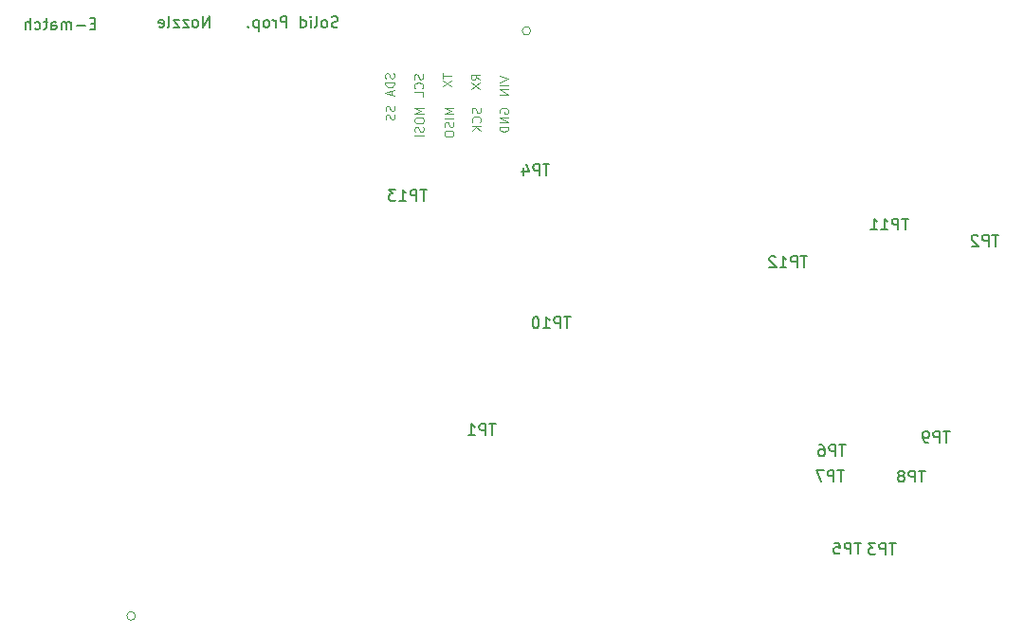
<source format=gbr>
%TF.GenerationSoftware,KiCad,Pcbnew,5.1.10*%
%TF.CreationDate,2021-11-13T19:57:08-07:00*%
%TF.ProjectId,Engine-Controller,456e6769-6e65-42d4-936f-6e74726f6c6c,1.0*%
%TF.SameCoordinates,Original*%
%TF.FileFunction,Legend,Bot*%
%TF.FilePolarity,Positive*%
%FSLAX46Y46*%
G04 Gerber Fmt 4.6, Leading zero omitted, Abs format (unit mm)*
G04 Created by KiCad (PCBNEW 5.1.10) date 2021-11-13 19:57:08*
%MOMM*%
%LPD*%
G01*
G04 APERTURE LIST*
%ADD10C,0.150000*%
%ADD11C,0.100000*%
%ADD12C,0.120000*%
G04 APERTURE END LIST*
D10*
X123949909Y-98105861D02*
X123807052Y-98153480D01*
X123568957Y-98153480D01*
X123473719Y-98105861D01*
X123426100Y-98058242D01*
X123378480Y-97963004D01*
X123378480Y-97867766D01*
X123426100Y-97772528D01*
X123473719Y-97724909D01*
X123568957Y-97677290D01*
X123759433Y-97629671D01*
X123854671Y-97582052D01*
X123902290Y-97534433D01*
X123949909Y-97439195D01*
X123949909Y-97343957D01*
X123902290Y-97248719D01*
X123854671Y-97201100D01*
X123759433Y-97153480D01*
X123521338Y-97153480D01*
X123378480Y-97201100D01*
X122807052Y-98153480D02*
X122902290Y-98105861D01*
X122949909Y-98058242D01*
X122997528Y-97963004D01*
X122997528Y-97677290D01*
X122949909Y-97582052D01*
X122902290Y-97534433D01*
X122807052Y-97486814D01*
X122664195Y-97486814D01*
X122568957Y-97534433D01*
X122521338Y-97582052D01*
X122473719Y-97677290D01*
X122473719Y-97963004D01*
X122521338Y-98058242D01*
X122568957Y-98105861D01*
X122664195Y-98153480D01*
X122807052Y-98153480D01*
X121902290Y-98153480D02*
X121997528Y-98105861D01*
X122045147Y-98010623D01*
X122045147Y-97153480D01*
X121521338Y-98153480D02*
X121521338Y-97486814D01*
X121521338Y-97153480D02*
X121568957Y-97201100D01*
X121521338Y-97248719D01*
X121473719Y-97201100D01*
X121521338Y-97153480D01*
X121521338Y-97248719D01*
X120616576Y-98153480D02*
X120616576Y-97153480D01*
X120616576Y-98105861D02*
X120711814Y-98153480D01*
X120902290Y-98153480D01*
X120997528Y-98105861D01*
X121045147Y-98058242D01*
X121092766Y-97963004D01*
X121092766Y-97677290D01*
X121045147Y-97582052D01*
X120997528Y-97534433D01*
X120902290Y-97486814D01*
X120711814Y-97486814D01*
X120616576Y-97534433D01*
X119378480Y-98153480D02*
X119378480Y-97153480D01*
X118997528Y-97153480D01*
X118902290Y-97201100D01*
X118854671Y-97248719D01*
X118807052Y-97343957D01*
X118807052Y-97486814D01*
X118854671Y-97582052D01*
X118902290Y-97629671D01*
X118997528Y-97677290D01*
X119378480Y-97677290D01*
X118378480Y-98153480D02*
X118378480Y-97486814D01*
X118378480Y-97677290D02*
X118330861Y-97582052D01*
X118283242Y-97534433D01*
X118188004Y-97486814D01*
X118092766Y-97486814D01*
X117616576Y-98153480D02*
X117711814Y-98105861D01*
X117759433Y-98058242D01*
X117807052Y-97963004D01*
X117807052Y-97677290D01*
X117759433Y-97582052D01*
X117711814Y-97534433D01*
X117616576Y-97486814D01*
X117473719Y-97486814D01*
X117378480Y-97534433D01*
X117330861Y-97582052D01*
X117283242Y-97677290D01*
X117283242Y-97963004D01*
X117330861Y-98058242D01*
X117378480Y-98105861D01*
X117473719Y-98153480D01*
X117616576Y-98153480D01*
X116854671Y-97486814D02*
X116854671Y-98486814D01*
X116854671Y-97534433D02*
X116759433Y-97486814D01*
X116568957Y-97486814D01*
X116473719Y-97534433D01*
X116426100Y-97582052D01*
X116378480Y-97677290D01*
X116378480Y-97963004D01*
X116426100Y-98058242D01*
X116473719Y-98105861D01*
X116568957Y-98153480D01*
X116759433Y-98153480D01*
X116854671Y-98105861D01*
X115949909Y-98058242D02*
X115902290Y-98105861D01*
X115949909Y-98153480D01*
X115997528Y-98105861D01*
X115949909Y-98058242D01*
X115949909Y-98153480D01*
X112461395Y-98128080D02*
X112461395Y-97128080D01*
X111889966Y-98128080D01*
X111889966Y-97128080D01*
X111270919Y-98128080D02*
X111366157Y-98080461D01*
X111413776Y-98032842D01*
X111461395Y-97937604D01*
X111461395Y-97651890D01*
X111413776Y-97556652D01*
X111366157Y-97509033D01*
X111270919Y-97461414D01*
X111128061Y-97461414D01*
X111032823Y-97509033D01*
X110985204Y-97556652D01*
X110937585Y-97651890D01*
X110937585Y-97937604D01*
X110985204Y-98032842D01*
X111032823Y-98080461D01*
X111128061Y-98128080D01*
X111270919Y-98128080D01*
X110604252Y-97461414D02*
X110080442Y-97461414D01*
X110604252Y-98128080D01*
X110080442Y-98128080D01*
X109794728Y-97461414D02*
X109270919Y-97461414D01*
X109794728Y-98128080D01*
X109270919Y-98128080D01*
X108747109Y-98128080D02*
X108842347Y-98080461D01*
X108889966Y-97985223D01*
X108889966Y-97128080D01*
X107985204Y-98080461D02*
X108080442Y-98128080D01*
X108270919Y-98128080D01*
X108366157Y-98080461D01*
X108413776Y-97985223D01*
X108413776Y-97604271D01*
X108366157Y-97509033D01*
X108270919Y-97461414D01*
X108080442Y-97461414D01*
X107985204Y-97509033D01*
X107937585Y-97604271D01*
X107937585Y-97699509D01*
X108413776Y-97794747D01*
X102267947Y-97794771D02*
X101934614Y-97794771D01*
X101791757Y-98318580D02*
X102267947Y-98318580D01*
X102267947Y-97318580D01*
X101791757Y-97318580D01*
X101363185Y-97937628D02*
X100601280Y-97937628D01*
X100125090Y-98318580D02*
X100125090Y-97651914D01*
X100125090Y-97747152D02*
X100077471Y-97699533D01*
X99982233Y-97651914D01*
X99839376Y-97651914D01*
X99744138Y-97699533D01*
X99696519Y-97794771D01*
X99696519Y-98318580D01*
X99696519Y-97794771D02*
X99648900Y-97699533D01*
X99553661Y-97651914D01*
X99410804Y-97651914D01*
X99315566Y-97699533D01*
X99267947Y-97794771D01*
X99267947Y-98318580D01*
X98363185Y-98318580D02*
X98363185Y-97794771D01*
X98410804Y-97699533D01*
X98506042Y-97651914D01*
X98696519Y-97651914D01*
X98791757Y-97699533D01*
X98363185Y-98270961D02*
X98458423Y-98318580D01*
X98696519Y-98318580D01*
X98791757Y-98270961D01*
X98839376Y-98175723D01*
X98839376Y-98080485D01*
X98791757Y-97985247D01*
X98696519Y-97937628D01*
X98458423Y-97937628D01*
X98363185Y-97890009D01*
X98029852Y-97651914D02*
X97648900Y-97651914D01*
X97886995Y-97318580D02*
X97886995Y-98175723D01*
X97839376Y-98270961D01*
X97744138Y-98318580D01*
X97648900Y-98318580D01*
X96886995Y-98270961D02*
X96982233Y-98318580D01*
X97172709Y-98318580D01*
X97267947Y-98270961D01*
X97315566Y-98223342D01*
X97363185Y-98128104D01*
X97363185Y-97842390D01*
X97315566Y-97747152D01*
X97267947Y-97699533D01*
X97172709Y-97651914D01*
X96982233Y-97651914D01*
X96886995Y-97699533D01*
X96458423Y-98318580D02*
X96458423Y-97318580D01*
X96029852Y-98318580D02*
X96029852Y-97794771D01*
X96077471Y-97699533D01*
X96172709Y-97651914D01*
X96315566Y-97651914D01*
X96410804Y-97699533D01*
X96458423Y-97747152D01*
D11*
X128982909Y-105168776D02*
X129021004Y-105283061D01*
X129021004Y-105473538D01*
X128982909Y-105549728D01*
X128944814Y-105587823D01*
X128868623Y-105625919D01*
X128792433Y-105625919D01*
X128716242Y-105587823D01*
X128678147Y-105549728D01*
X128640052Y-105473538D01*
X128601957Y-105321157D01*
X128563861Y-105244966D01*
X128525766Y-105206871D01*
X128449576Y-105168776D01*
X128373385Y-105168776D01*
X128297195Y-105206871D01*
X128259100Y-105244966D01*
X128221004Y-105321157D01*
X128221004Y-105511633D01*
X128259100Y-105625919D01*
X128982909Y-105930680D02*
X129021004Y-106044966D01*
X129021004Y-106235442D01*
X128982909Y-106311633D01*
X128944814Y-106349728D01*
X128868623Y-106387823D01*
X128792433Y-106387823D01*
X128716242Y-106349728D01*
X128678147Y-106311633D01*
X128640052Y-106235442D01*
X128601957Y-106083061D01*
X128563861Y-106006871D01*
X128525766Y-105968776D01*
X128449576Y-105930680D01*
X128373385Y-105930680D01*
X128297195Y-105968776D01*
X128259100Y-106006871D01*
X128221004Y-106083061D01*
X128221004Y-106273538D01*
X128259100Y-106387823D01*
X128944809Y-102241471D02*
X128982904Y-102355757D01*
X128982904Y-102546233D01*
X128944809Y-102622423D01*
X128906714Y-102660519D01*
X128830523Y-102698614D01*
X128754333Y-102698614D01*
X128678142Y-102660519D01*
X128640047Y-102622423D01*
X128601952Y-102546233D01*
X128563857Y-102393852D01*
X128525761Y-102317661D01*
X128487666Y-102279566D01*
X128411476Y-102241471D01*
X128335285Y-102241471D01*
X128259095Y-102279566D01*
X128221000Y-102317661D01*
X128182904Y-102393852D01*
X128182904Y-102584328D01*
X128221000Y-102698614D01*
X128982904Y-103041471D02*
X128182904Y-103041471D01*
X128182904Y-103231947D01*
X128221000Y-103346233D01*
X128297190Y-103422423D01*
X128373380Y-103460519D01*
X128525761Y-103498614D01*
X128640047Y-103498614D01*
X128792428Y-103460519D01*
X128868619Y-103422423D01*
X128944809Y-103346233D01*
X128982904Y-103231947D01*
X128982904Y-103041471D01*
X128754333Y-103803376D02*
X128754333Y-104184328D01*
X128982904Y-103727185D02*
X128182904Y-103993852D01*
X128982904Y-104260519D01*
X131510209Y-102311319D02*
X131548304Y-102425604D01*
X131548304Y-102616080D01*
X131510209Y-102692271D01*
X131472114Y-102730366D01*
X131395923Y-102768461D01*
X131319733Y-102768461D01*
X131243542Y-102730366D01*
X131205447Y-102692271D01*
X131167352Y-102616080D01*
X131129257Y-102463700D01*
X131091161Y-102387509D01*
X131053066Y-102349414D01*
X130976876Y-102311319D01*
X130900685Y-102311319D01*
X130824495Y-102349414D01*
X130786400Y-102387509D01*
X130748304Y-102463700D01*
X130748304Y-102654176D01*
X130786400Y-102768461D01*
X131472114Y-103568461D02*
X131510209Y-103530366D01*
X131548304Y-103416080D01*
X131548304Y-103339890D01*
X131510209Y-103225604D01*
X131434019Y-103149414D01*
X131357828Y-103111319D01*
X131205447Y-103073223D01*
X131091161Y-103073223D01*
X130938780Y-103111319D01*
X130862590Y-103149414D01*
X130786400Y-103225604D01*
X130748304Y-103339890D01*
X130748304Y-103416080D01*
X130786400Y-103530366D01*
X130824495Y-103568461D01*
X131548304Y-104292271D02*
X131548304Y-103911319D01*
X130748304Y-103911319D01*
X131611804Y-105308557D02*
X130811804Y-105308557D01*
X131383233Y-105575223D01*
X130811804Y-105841890D01*
X131611804Y-105841890D01*
X130811804Y-106375223D02*
X130811804Y-106527604D01*
X130849900Y-106603795D01*
X130926090Y-106679985D01*
X131078471Y-106718080D01*
X131345138Y-106718080D01*
X131497519Y-106679985D01*
X131573709Y-106603795D01*
X131611804Y-106527604D01*
X131611804Y-106375223D01*
X131573709Y-106299033D01*
X131497519Y-106222842D01*
X131345138Y-106184747D01*
X131078471Y-106184747D01*
X130926090Y-106222842D01*
X130849900Y-106299033D01*
X130811804Y-106375223D01*
X131573709Y-107022842D02*
X131611804Y-107137128D01*
X131611804Y-107327604D01*
X131573709Y-107403795D01*
X131535614Y-107441890D01*
X131459423Y-107479985D01*
X131383233Y-107479985D01*
X131307042Y-107441890D01*
X131268947Y-107403795D01*
X131230852Y-107327604D01*
X131192757Y-107175223D01*
X131154661Y-107099033D01*
X131116566Y-107060938D01*
X131040376Y-107022842D01*
X130964185Y-107022842D01*
X130887995Y-107060938D01*
X130849900Y-107099033D01*
X130811804Y-107175223D01*
X130811804Y-107365700D01*
X130849900Y-107479985D01*
X131611804Y-107822842D02*
X130811804Y-107822842D01*
X134278804Y-105333957D02*
X133478804Y-105333957D01*
X134050233Y-105600623D01*
X133478804Y-105867290D01*
X134278804Y-105867290D01*
X134278804Y-106248242D02*
X133478804Y-106248242D01*
X134240709Y-106591100D02*
X134278804Y-106705385D01*
X134278804Y-106895861D01*
X134240709Y-106972052D01*
X134202614Y-107010147D01*
X134126423Y-107048242D01*
X134050233Y-107048242D01*
X133974042Y-107010147D01*
X133935947Y-106972052D01*
X133897852Y-106895861D01*
X133859757Y-106743480D01*
X133821661Y-106667290D01*
X133783566Y-106629195D01*
X133707376Y-106591100D01*
X133631185Y-106591100D01*
X133554995Y-106629195D01*
X133516900Y-106667290D01*
X133478804Y-106743480D01*
X133478804Y-106933957D01*
X133516900Y-107048242D01*
X133478804Y-107543480D02*
X133478804Y-107695861D01*
X133516900Y-107772052D01*
X133593090Y-107848242D01*
X133745471Y-107886338D01*
X134012138Y-107886338D01*
X134164519Y-107848242D01*
X134240709Y-107772052D01*
X134278804Y-107695861D01*
X134278804Y-107543480D01*
X134240709Y-107467290D01*
X134164519Y-107391100D01*
X134012138Y-107353004D01*
X133745471Y-107353004D01*
X133593090Y-107391100D01*
X133516900Y-107467290D01*
X133478804Y-107543480D01*
X133288304Y-102235076D02*
X133288304Y-102692219D01*
X134088304Y-102463647D02*
X133288304Y-102463647D01*
X133288304Y-102882695D02*
X134088304Y-103416028D01*
X133288304Y-103416028D02*
X134088304Y-102882695D01*
X136666409Y-105333928D02*
X136704504Y-105448214D01*
X136704504Y-105638690D01*
X136666409Y-105714880D01*
X136628314Y-105752976D01*
X136552123Y-105791071D01*
X136475933Y-105791071D01*
X136399742Y-105752976D01*
X136361647Y-105714880D01*
X136323552Y-105638690D01*
X136285457Y-105486309D01*
X136247361Y-105410119D01*
X136209266Y-105372023D01*
X136133076Y-105333928D01*
X136056885Y-105333928D01*
X135980695Y-105372023D01*
X135942600Y-105410119D01*
X135904504Y-105486309D01*
X135904504Y-105676785D01*
X135942600Y-105791071D01*
X136628314Y-106591071D02*
X136666409Y-106552976D01*
X136704504Y-106438690D01*
X136704504Y-106362500D01*
X136666409Y-106248214D01*
X136590219Y-106172023D01*
X136514028Y-106133928D01*
X136361647Y-106095833D01*
X136247361Y-106095833D01*
X136094980Y-106133928D01*
X136018790Y-106172023D01*
X135942600Y-106248214D01*
X135904504Y-106362500D01*
X135904504Y-106438690D01*
X135942600Y-106552976D01*
X135980695Y-106591071D01*
X136704504Y-106933928D02*
X135904504Y-106933928D01*
X136704504Y-107391071D02*
X136247361Y-107048214D01*
X135904504Y-107391071D02*
X136361647Y-106933928D01*
X136653704Y-102812866D02*
X136272752Y-102546200D01*
X136653704Y-102355723D02*
X135853704Y-102355723D01*
X135853704Y-102660485D01*
X135891800Y-102736676D01*
X135929895Y-102774771D01*
X136006085Y-102812866D01*
X136120371Y-102812866D01*
X136196561Y-102774771D01*
X136234657Y-102736676D01*
X136272752Y-102660485D01*
X136272752Y-102355723D01*
X135853704Y-103079533D02*
X136653704Y-103612866D01*
X135853704Y-103612866D02*
X136653704Y-103079533D01*
X138393700Y-105778376D02*
X138355604Y-105702185D01*
X138355604Y-105587900D01*
X138393700Y-105473614D01*
X138469890Y-105397423D01*
X138546080Y-105359328D01*
X138698461Y-105321233D01*
X138812747Y-105321233D01*
X138965128Y-105359328D01*
X139041319Y-105397423D01*
X139117509Y-105473614D01*
X139155604Y-105587900D01*
X139155604Y-105664090D01*
X139117509Y-105778376D01*
X139079414Y-105816471D01*
X138812747Y-105816471D01*
X138812747Y-105664090D01*
X139155604Y-106159328D02*
X138355604Y-106159328D01*
X139155604Y-106616471D01*
X138355604Y-106616471D01*
X139155604Y-106997423D02*
X138355604Y-106997423D01*
X138355604Y-107187900D01*
X138393700Y-107302185D01*
X138469890Y-107378376D01*
X138546080Y-107416471D01*
X138698461Y-107454566D01*
X138812747Y-107454566D01*
X138965128Y-107416471D01*
X139041319Y-107378376D01*
X139117509Y-107302185D01*
X139155604Y-107187900D01*
X139155604Y-106997423D01*
X138393704Y-102489109D02*
X139193704Y-102755776D01*
X138393704Y-103022442D01*
X139193704Y-103289109D02*
X138393704Y-103289109D01*
X139193704Y-103670061D02*
X138393704Y-103670061D01*
X139193704Y-104127204D01*
X138393704Y-104127204D01*
D12*
%TO.C,P5*%
X141173200Y-98450400D02*
G75*
G03*
X141173200Y-98450400I-381000J0D01*
G01*
%TO.C,P3*%
X105867200Y-150710900D02*
G75*
G03*
X105867200Y-150710900I-381000J0D01*
G01*
%TO.C,TP7*%
D10*
X169143204Y-137704580D02*
X168571776Y-137704580D01*
X168857490Y-138704580D02*
X168857490Y-137704580D01*
X168238442Y-138704580D02*
X168238442Y-137704580D01*
X167857490Y-137704580D01*
X167762252Y-137752200D01*
X167714633Y-137799819D01*
X167667014Y-137895057D01*
X167667014Y-138037914D01*
X167714633Y-138133152D01*
X167762252Y-138180771D01*
X167857490Y-138228390D01*
X168238442Y-138228390D01*
X167333680Y-137704580D02*
X166667014Y-137704580D01*
X167095585Y-138704580D01*
%TO.C,TP1*%
X138040904Y-133577080D02*
X137469476Y-133577080D01*
X137755190Y-134577080D02*
X137755190Y-133577080D01*
X137136142Y-134577080D02*
X137136142Y-133577080D01*
X136755190Y-133577080D01*
X136659952Y-133624700D01*
X136612333Y-133672319D01*
X136564714Y-133767557D01*
X136564714Y-133910414D01*
X136612333Y-134005652D01*
X136659952Y-134053271D01*
X136755190Y-134100890D01*
X137136142Y-134100890D01*
X135612333Y-134577080D02*
X136183761Y-134577080D01*
X135898047Y-134577080D02*
X135898047Y-133577080D01*
X135993285Y-133719938D01*
X136088523Y-133815176D01*
X136183761Y-133862795D01*
%TO.C,TP2*%
X182948104Y-116673380D02*
X182376676Y-116673380D01*
X182662390Y-117673380D02*
X182662390Y-116673380D01*
X182043342Y-117673380D02*
X182043342Y-116673380D01*
X181662390Y-116673380D01*
X181567152Y-116721000D01*
X181519533Y-116768619D01*
X181471914Y-116863857D01*
X181471914Y-117006714D01*
X181519533Y-117101952D01*
X181567152Y-117149571D01*
X181662390Y-117197190D01*
X182043342Y-117197190D01*
X181090961Y-116768619D02*
X181043342Y-116721000D01*
X180948104Y-116673380D01*
X180710009Y-116673380D01*
X180614771Y-116721000D01*
X180567152Y-116768619D01*
X180519533Y-116863857D01*
X180519533Y-116959095D01*
X180567152Y-117101952D01*
X181138580Y-117673380D01*
X180519533Y-117673380D01*
%TO.C,TP3*%
X173766004Y-144219680D02*
X173194576Y-144219680D01*
X173480290Y-145219680D02*
X173480290Y-144219680D01*
X172861242Y-145219680D02*
X172861242Y-144219680D01*
X172480290Y-144219680D01*
X172385052Y-144267300D01*
X172337433Y-144314919D01*
X172289814Y-144410157D01*
X172289814Y-144553014D01*
X172337433Y-144648252D01*
X172385052Y-144695871D01*
X172480290Y-144743490D01*
X172861242Y-144743490D01*
X171956480Y-144219680D02*
X171337433Y-144219680D01*
X171670766Y-144600633D01*
X171527909Y-144600633D01*
X171432671Y-144648252D01*
X171385052Y-144695871D01*
X171337433Y-144791109D01*
X171337433Y-145029204D01*
X171385052Y-145124442D01*
X171432671Y-145172061D01*
X171527909Y-145219680D01*
X171813623Y-145219680D01*
X171908861Y-145172061D01*
X171956480Y-145124442D01*
%TO.C,TP4*%
X142841504Y-110374180D02*
X142270076Y-110374180D01*
X142555790Y-111374180D02*
X142555790Y-110374180D01*
X141936742Y-111374180D02*
X141936742Y-110374180D01*
X141555790Y-110374180D01*
X141460552Y-110421800D01*
X141412933Y-110469419D01*
X141365314Y-110564657D01*
X141365314Y-110707514D01*
X141412933Y-110802752D01*
X141460552Y-110850371D01*
X141555790Y-110897990D01*
X141936742Y-110897990D01*
X140508171Y-110707514D02*
X140508171Y-111374180D01*
X140746266Y-110326561D02*
X140984361Y-111040847D01*
X140365314Y-111040847D01*
%TO.C,TP5*%
X170654504Y-144168880D02*
X170083076Y-144168880D01*
X170368790Y-145168880D02*
X170368790Y-144168880D01*
X169749742Y-145168880D02*
X169749742Y-144168880D01*
X169368790Y-144168880D01*
X169273552Y-144216500D01*
X169225933Y-144264119D01*
X169178314Y-144359357D01*
X169178314Y-144502214D01*
X169225933Y-144597452D01*
X169273552Y-144645071D01*
X169368790Y-144692690D01*
X169749742Y-144692690D01*
X168273552Y-144168880D02*
X168749742Y-144168880D01*
X168797361Y-144645071D01*
X168749742Y-144597452D01*
X168654504Y-144549833D01*
X168416409Y-144549833D01*
X168321171Y-144597452D01*
X168273552Y-144645071D01*
X168225933Y-144740309D01*
X168225933Y-144978404D01*
X168273552Y-145073642D01*
X168321171Y-145121261D01*
X168416409Y-145168880D01*
X168654504Y-145168880D01*
X168749742Y-145121261D01*
X168797361Y-145073642D01*
%TO.C,TP9*%
X178592004Y-134224780D02*
X178020576Y-134224780D01*
X178306290Y-135224780D02*
X178306290Y-134224780D01*
X177687242Y-135224780D02*
X177687242Y-134224780D01*
X177306290Y-134224780D01*
X177211052Y-134272400D01*
X177163433Y-134320019D01*
X177115814Y-134415257D01*
X177115814Y-134558114D01*
X177163433Y-134653352D01*
X177211052Y-134700971D01*
X177306290Y-134748590D01*
X177687242Y-134748590D01*
X176639623Y-135224780D02*
X176449147Y-135224780D01*
X176353909Y-135177161D01*
X176306290Y-135129542D01*
X176211052Y-134986685D01*
X176163433Y-134796209D01*
X176163433Y-134415257D01*
X176211052Y-134320019D01*
X176258671Y-134272400D01*
X176353909Y-134224780D01*
X176544385Y-134224780D01*
X176639623Y-134272400D01*
X176687242Y-134320019D01*
X176734861Y-134415257D01*
X176734861Y-134653352D01*
X176687242Y-134748590D01*
X176639623Y-134796209D01*
X176544385Y-134843828D01*
X176353909Y-134843828D01*
X176258671Y-134796209D01*
X176211052Y-134748590D01*
X176163433Y-134653352D01*
%TO.C,TP10*%
X144714695Y-124013980D02*
X144143266Y-124013980D01*
X144428980Y-125013980D02*
X144428980Y-124013980D01*
X143809933Y-125013980D02*
X143809933Y-124013980D01*
X143428980Y-124013980D01*
X143333742Y-124061600D01*
X143286123Y-124109219D01*
X143238504Y-124204457D01*
X143238504Y-124347314D01*
X143286123Y-124442552D01*
X143333742Y-124490171D01*
X143428980Y-124537790D01*
X143809933Y-124537790D01*
X142286123Y-125013980D02*
X142857552Y-125013980D01*
X142571838Y-125013980D02*
X142571838Y-124013980D01*
X142667076Y-124156838D01*
X142762314Y-124252076D01*
X142857552Y-124299695D01*
X141667076Y-124013980D02*
X141571838Y-124013980D01*
X141476600Y-124061600D01*
X141428980Y-124109219D01*
X141381361Y-124204457D01*
X141333742Y-124394933D01*
X141333742Y-124633028D01*
X141381361Y-124823504D01*
X141428980Y-124918742D01*
X141476600Y-124966361D01*
X141571838Y-125013980D01*
X141667076Y-125013980D01*
X141762314Y-124966361D01*
X141809933Y-124918742D01*
X141857552Y-124823504D01*
X141905171Y-124633028D01*
X141905171Y-124394933D01*
X141857552Y-124204457D01*
X141809933Y-124109219D01*
X141762314Y-124061600D01*
X141667076Y-124013980D01*
%TO.C,TP6*%
X169282904Y-135431280D02*
X168711476Y-135431280D01*
X168997190Y-136431280D02*
X168997190Y-135431280D01*
X168378142Y-136431280D02*
X168378142Y-135431280D01*
X167997190Y-135431280D01*
X167901952Y-135478900D01*
X167854333Y-135526519D01*
X167806714Y-135621757D01*
X167806714Y-135764614D01*
X167854333Y-135859852D01*
X167901952Y-135907471D01*
X167997190Y-135955090D01*
X168378142Y-135955090D01*
X166949571Y-135431280D02*
X167140047Y-135431280D01*
X167235285Y-135478900D01*
X167282904Y-135526519D01*
X167378142Y-135669376D01*
X167425761Y-135859852D01*
X167425761Y-136240804D01*
X167378142Y-136336042D01*
X167330523Y-136383661D01*
X167235285Y-136431280D01*
X167044809Y-136431280D01*
X166949571Y-136383661D01*
X166901952Y-136336042D01*
X166854333Y-136240804D01*
X166854333Y-136002709D01*
X166901952Y-135907471D01*
X166949571Y-135859852D01*
X167044809Y-135812233D01*
X167235285Y-135812233D01*
X167330523Y-135859852D01*
X167378142Y-135907471D01*
X167425761Y-136002709D01*
%TO.C,TP8*%
X176394904Y-137742680D02*
X175823476Y-137742680D01*
X176109190Y-138742680D02*
X176109190Y-137742680D01*
X175490142Y-138742680D02*
X175490142Y-137742680D01*
X175109190Y-137742680D01*
X175013952Y-137790300D01*
X174966333Y-137837919D01*
X174918714Y-137933157D01*
X174918714Y-138076014D01*
X174966333Y-138171252D01*
X175013952Y-138218871D01*
X175109190Y-138266490D01*
X175490142Y-138266490D01*
X174347285Y-138171252D02*
X174442523Y-138123633D01*
X174490142Y-138076014D01*
X174537761Y-137980776D01*
X174537761Y-137933157D01*
X174490142Y-137837919D01*
X174442523Y-137790300D01*
X174347285Y-137742680D01*
X174156809Y-137742680D01*
X174061571Y-137790300D01*
X174013952Y-137837919D01*
X173966333Y-137933157D01*
X173966333Y-137980776D01*
X174013952Y-138076014D01*
X174061571Y-138123633D01*
X174156809Y-138171252D01*
X174347285Y-138171252D01*
X174442523Y-138218871D01*
X174490142Y-138266490D01*
X174537761Y-138361728D01*
X174537761Y-138552204D01*
X174490142Y-138647442D01*
X174442523Y-138695061D01*
X174347285Y-138742680D01*
X174156809Y-138742680D01*
X174061571Y-138695061D01*
X174013952Y-138647442D01*
X173966333Y-138552204D01*
X173966333Y-138361728D01*
X174013952Y-138266490D01*
X174061571Y-138218871D01*
X174156809Y-138171252D01*
%TO.C,TP11*%
X174902595Y-115212880D02*
X174331166Y-115212880D01*
X174616880Y-116212880D02*
X174616880Y-115212880D01*
X173997833Y-116212880D02*
X173997833Y-115212880D01*
X173616880Y-115212880D01*
X173521642Y-115260500D01*
X173474023Y-115308119D01*
X173426404Y-115403357D01*
X173426404Y-115546214D01*
X173474023Y-115641452D01*
X173521642Y-115689071D01*
X173616880Y-115736690D01*
X173997833Y-115736690D01*
X172474023Y-116212880D02*
X173045452Y-116212880D01*
X172759738Y-116212880D02*
X172759738Y-115212880D01*
X172854976Y-115355738D01*
X172950214Y-115450976D01*
X173045452Y-115498595D01*
X171521642Y-116212880D02*
X172093071Y-116212880D01*
X171807357Y-116212880D02*
X171807357Y-115212880D01*
X171902595Y-115355738D01*
X171997833Y-115450976D01*
X172093071Y-115498595D01*
%TO.C,TP12*%
X165847495Y-118578380D02*
X165276066Y-118578380D01*
X165561780Y-119578380D02*
X165561780Y-118578380D01*
X164942733Y-119578380D02*
X164942733Y-118578380D01*
X164561780Y-118578380D01*
X164466542Y-118626000D01*
X164418923Y-118673619D01*
X164371304Y-118768857D01*
X164371304Y-118911714D01*
X164418923Y-119006952D01*
X164466542Y-119054571D01*
X164561780Y-119102190D01*
X164942733Y-119102190D01*
X163418923Y-119578380D02*
X163990352Y-119578380D01*
X163704638Y-119578380D02*
X163704638Y-118578380D01*
X163799876Y-118721238D01*
X163895114Y-118816476D01*
X163990352Y-118864095D01*
X163037971Y-118673619D02*
X162990352Y-118626000D01*
X162895114Y-118578380D01*
X162657019Y-118578380D01*
X162561780Y-118626000D01*
X162514161Y-118673619D01*
X162466542Y-118768857D01*
X162466542Y-118864095D01*
X162514161Y-119006952D01*
X163085590Y-119578380D01*
X162466542Y-119578380D01*
%TO.C,TP13*%
X131887695Y-112622080D02*
X131316266Y-112622080D01*
X131601980Y-113622080D02*
X131601980Y-112622080D01*
X130982933Y-113622080D02*
X130982933Y-112622080D01*
X130601980Y-112622080D01*
X130506742Y-112669700D01*
X130459123Y-112717319D01*
X130411504Y-112812557D01*
X130411504Y-112955414D01*
X130459123Y-113050652D01*
X130506742Y-113098271D01*
X130601980Y-113145890D01*
X130982933Y-113145890D01*
X129459123Y-113622080D02*
X130030552Y-113622080D01*
X129744838Y-113622080D02*
X129744838Y-112622080D01*
X129840076Y-112764938D01*
X129935314Y-112860176D01*
X130030552Y-112907795D01*
X129125790Y-112622080D02*
X128506742Y-112622080D01*
X128840076Y-113003033D01*
X128697219Y-113003033D01*
X128601980Y-113050652D01*
X128554361Y-113098271D01*
X128506742Y-113193509D01*
X128506742Y-113431604D01*
X128554361Y-113526842D01*
X128601980Y-113574461D01*
X128697219Y-113622080D01*
X128982933Y-113622080D01*
X129078171Y-113574461D01*
X129125790Y-113526842D01*
%TD*%
M02*

</source>
